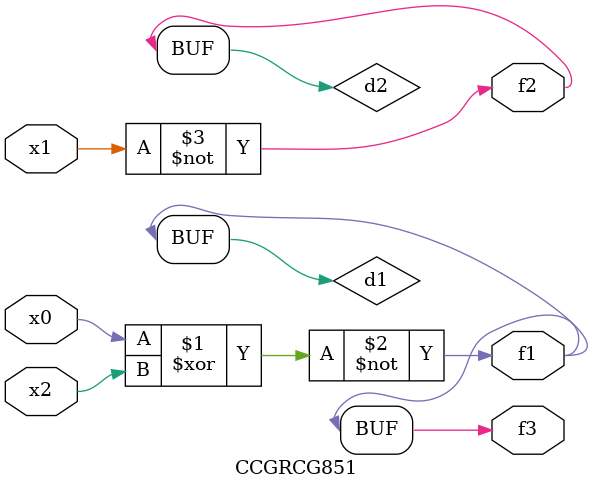
<source format=v>
module CCGRCG851(
	input x0, x1, x2,
	output f1, f2, f3
);

	wire d1, d2, d3;

	xnor (d1, x0, x2);
	nand (d2, x1);
	nor (d3, x1, x2);
	assign f1 = d1;
	assign f2 = d2;
	assign f3 = d1;
endmodule

</source>
